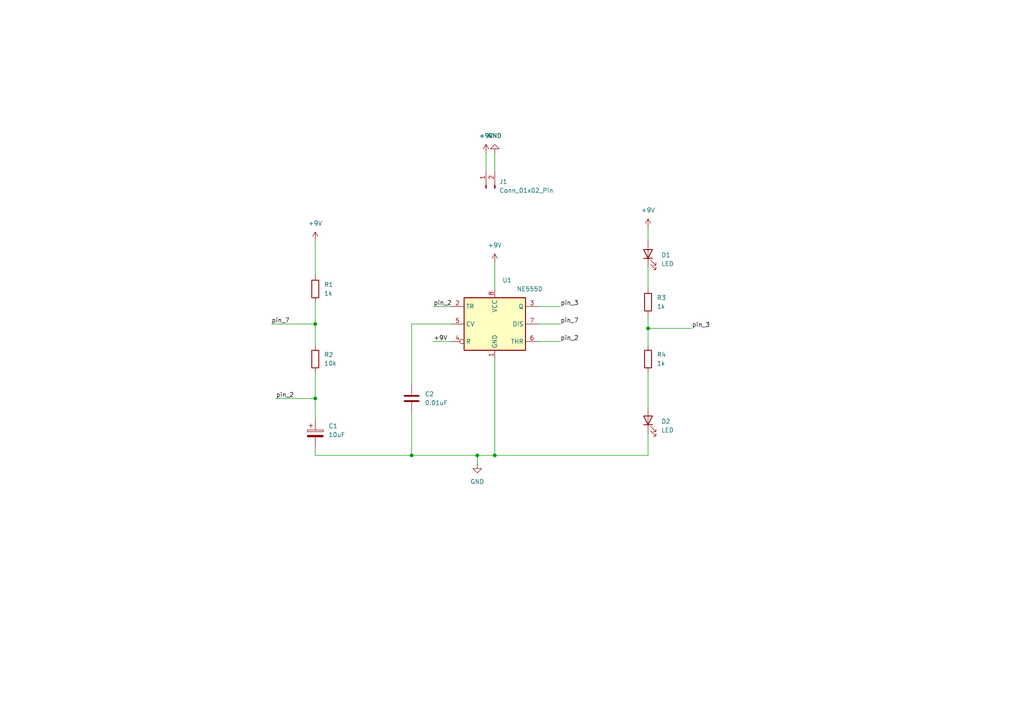
<source format=kicad_sch>
(kicad_sch (version 20230121) (generator eeschema)
  (paper "A4")
  (lib_symbols
    (symbol "Connector:Conn_01x02_Pin" (pin_names (offset 1.016) hide)
      (property "Reference" "J" (at 0 2.54 0))
      (property "Value" "Conn_01x02_Pin" (at 0 -5.08 0))
      (symbol "Conn_01x02_Pin_1_1"
        (polyline (pts (xy 1.27 -2.54) (xy 0.8636 -2.54)) (stroke (width 0.1524)))
        (polyline (pts (xy 1.27 0) (xy 0.8636 0)) (stroke (width 0.1524)))
        (rectangle (start 0.8636 -2.413) (end 0 -2.667) (stroke (width 0.1524)) (fill (type outline)))
        (rectangle (start 0.8636 0.127) (end 0 -0.127) (stroke (width 0.1524)) (fill (type outline)))
        (pin passive line (at 5.08 0 180) (length 3.81) (name "Pin_1") (number "1"))
        (pin passive line (at 5.08 -2.54 180) (length 3.81) (name "Pin_2") (number "2"))
      )
    )
    (symbol "Device:C" (pin_numbers hide) (pin_names (offset 0.254))
      (property "Reference" "C" (at 0.635 2.54 0))
      (property "Value" "C" (at 0.635 -2.54 0))
      (symbol "C_0_1"
        (polyline (pts (xy -2.032 -0.762) (xy 2.032 -0.762)) (stroke (width 0.508)))
        (polyline (pts (xy -2.032 0.762) (xy 2.032 0.762)) (stroke (width 0.508)))
      )
      (symbol "C_1_1"
        (pin passive line (at 0 3.81 270) (length 2.794) (name "~") (number "1"))
        (pin passive line (at 0 -3.81 90) (length 2.794) (name "~") (number "2"))
      )
    )
    (symbol "Device:C_Polarized" (pin_numbers hide) (pin_names (offset 0.254))
      (property "Reference" "C" (at 0.635 2.54 0))
      (property "Value" "C_Polarized" (at 0.635 -2.54 0))
      (symbol "C_Polarized_0_1"
        (rectangle (start -2.286 0.508) (end 2.286 1.016))
        (polyline (pts (xy -1.778 2.286) (xy -0.762 2.286)))
        (polyline (pts (xy -1.27 2.794) (xy -1.27 1.778)))
        (rectangle (start 2.286 -0.508) (end -2.286 -1.016) (fill (type outline)))
      )
      (symbol "C_Polarized_1_1"
        (pin passive line (at 0 3.81 270) (length 2.794) (name "~") (number "1"))
        (pin passive line (at 0 -3.81 90) (length 2.794) (name "~") (number "2"))
      )
    )
    (symbol "Device:LED" (pin_numbers hide) (pin_names (offset 1.016) hide)
      (property "Reference" "D" (at 0 2.54 0))
      (property "Value" "LED" (at 0 -2.54 0))
      (symbol "LED_0_1"
        (polyline (pts (xy -1.27 -1.27) (xy -1.27 1.27)) (stroke (width 0.254)))
        (polyline (pts (xy -1.27 0) (xy 1.27 0)))
        (polyline (pts (xy 1.27 -1.27) (xy 1.27 1.27) (xy -1.27 0) (xy 1.27 -1.27)) (stroke (width 0.254)))
        (polyline (pts (xy -3.048 -0.762) (xy -4.572 -2.286) (xy -3.81 -2.286) (xy -4.572 -2.286) (xy -4.572 -1.524)))
        (polyline (pts (xy -1.778 -0.762) (xy -3.302 -2.286) (xy -2.54 -2.286) (xy -3.302 -2.286) (xy -3.302 -1.524)))
      )
      (symbol "LED_1_1"
        (pin passive line (at -3.81 0 0) (length 2.54) (name "K") (number "1"))
        (pin passive line (at 3.81 0 180) (length 2.54) (name "A") (number "2"))
      )
    )
    (symbol "Device:R" (pin_numbers hide) (pin_names (offset 0))
      (property "Reference" "R" (at 2.032 0 90))
      (property "Value" "R" (at 0 0 90))
      (symbol "R_0_1"
        (rectangle (start -1.016 -2.54) (end 1.016 2.54) (stroke (width 0.254)))
      )
      (symbol "R_1_1"
        (pin passive line (at 0 3.81 270) (length 1.27) (name "~") (number "1"))
        (pin passive line (at 0 -3.81 90) (length 1.27) (name "~") (number "2"))
      )
    )
    (symbol "Timer:NE555D"
      (property "Reference" "U" (at -10.16 8.89 0))
      (property "Value" "NE555D" (at 2.54 8.89 0))
      (symbol "NE555D_0_0"
        (pin power_in line (at 0 -10.16 90) (length 2.54) (name "GND") (number "1"))
        (pin power_in line (at 0 10.16 270) (length 2.54) (name "VCC") (number "8"))
      )
      (symbol "NE555D_0_1"
        (rectangle (start -8.89 -7.62) (end 8.89 7.62) (stroke (width 0.254)) (fill (type background)))
        (rectangle (start -8.89 -7.62) (end 8.89 7.62) (stroke (width 0.254)) (fill (type background)))
      )
      (symbol "NE555D_1_1"
        (pin input line (at -12.7 5.08 0) (length 3.81) (name "TR") (number "2"))
        (pin output line (at 12.7 5.08 180) (length 3.81) (name "Q") (number "3"))
        (pin input inverted (at -12.7 -5.08 0) (length 3.81) (name "R") (number "4"))
        (pin input line (at -12.7 0 0) (length 3.81) (name "CV") (number "5"))
        (pin input line (at 12.7 -5.08 180) (length 3.81) (name "THR") (number "6"))
        (pin input line (at 12.7 0 180) (length 3.81) (name "DIS") (number "7"))
      )
    )
    (symbol "power:+9V" (power) (pin_names (offset 0))
      (property "Value" "+9V" (at 0 3.556 0))
      (symbol "+9V_0_1"
        (polyline (pts (xy -0.762 1.27) (xy 0 2.54)))
        (polyline (pts (xy 0 0) (xy 0 2.54)))
        (polyline (pts (xy 0 2.54) (xy 0.762 1.27)))
      )
      (symbol "+9V_1_1"
        (pin power_in line (at 0 0 90) (length 0) hide (name "+9V") (number "1"))
      )
    )
    (symbol "power:GND" (power) (pin_names (offset 0))
      (property "Value" "GND" (at 0 -3.81 0))
      (symbol "GND_0_1"
        (polyline (pts (xy 0 0) (xy 0 -1.27) (xy 1.27 -1.27) (xy 0 -2.54) (xy -1.27 -1.27) (xy 0 -1.27)))
      )
      (symbol "GND_1_1"
        (pin power_in line (at 0 0 270) (length 0) hide (name "GND") (number "1"))
      )
    )
  )
  (junction (at 138.43 132.08))
  (junction (at 91.44 93.98))
  (junction (at 187.96 95.25))
  (junction (at 91.44 115.57))
  (junction (at 143.51 132.08))
  (junction (at 119.38 132.08))
  (wire (pts (xy 187.96 95.25) (xy 200.66 95.25)))
  (wire (pts (xy 91.44 87.63) (xy 91.44 93.98)))
  (wire (pts (xy 187.96 66.04) (xy 187.96 69.85)))
  (wire (pts (xy 91.44 93.98) (xy 91.44 100.33)))
  (wire (pts (xy 187.96 95.25) (xy 187.96 100.33)))
  (wire (pts (xy 143.51 76.2) (xy 143.51 83.82)))
  (wire (pts (xy 91.44 129.54) (xy 91.44 132.08)))
  (wire (pts (xy 143.51 132.08) (xy 187.96 132.08)))
  (wire (pts (xy 91.44 115.57) (xy 91.44 121.92)))
  (wire (pts (xy 119.38 132.08) (xy 138.43 132.08)))
  (wire (pts (xy 80.01 115.57) (xy 91.44 115.57)))
  (wire (pts (xy 187.96 132.08) (xy 187.96 125.73)))
  (wire (pts (xy 156.21 93.98) (xy 162.56 93.98)))
  (wire (pts (xy 125.73 99.06) (xy 130.81 99.06)))
  (wire (pts (xy 138.43 134.62) (xy 138.43 132.08)))
  (wire (pts (xy 91.44 69.85) (xy 91.44 80.01)))
  (wire (pts (xy 91.44 107.95) (xy 91.44 115.57)))
  (wire (pts (xy 119.38 119.38) (xy 119.38 132.08)))
  (wire (pts (xy 143.51 104.14) (xy 143.51 132.08)))
  (wire (pts (xy 125.73 88.9) (xy 130.81 88.9)))
  (wire (pts (xy 78.74 93.98) (xy 91.44 93.98)))
  (wire (pts (xy 187.96 107.95) (xy 187.96 118.11)))
  (wire (pts (xy 91.44 132.08) (xy 119.38 132.08)))
  (wire (pts (xy 156.21 99.06) (xy 162.56 99.06)))
  (wire (pts (xy 143.51 44.45) (xy 143.51 49.53)))
  (wire (pts (xy 138.43 132.08) (xy 143.51 132.08)))
  (wire (pts (xy 119.38 93.98) (xy 130.81 93.98)))
  (wire (pts (xy 140.97 44.45) (xy 140.97 49.53)))
  (wire (pts (xy 156.21 88.9) (xy 162.56 88.9)))
  (wire (pts (xy 187.96 77.47) (xy 187.96 83.82)))
  (wire (pts (xy 187.96 91.44) (xy 187.96 95.25)))
  (wire (pts (xy 119.38 111.76) (xy 119.38 93.98)))
  (label "pin_7" (at 162.56 93.98 0))
  (label "pin_3" (at 200.66 95.25 0))
  (label "pin_7" (at 78.74 93.98 0))
  (label "pin_2" (at 162.56 99.06 0))
  (label "pin_3" (at 162.56 88.9 0))
  (label "+9V" (at 125.73 99.06 0))
  (label "pin_2" (at 125.73 88.9 0))
  (label "pin_2" (at 80.01 115.57 0))
  (symbol (lib_id "power:GND") (at 143.51 44.45 180) (unit 1)
    (property "Reference" "#PWR06" (effects hide))
    (property "Value" "GND" (at 143.51 39.37 0))
  )
  (symbol (lib_id "Device:R") (at 187.96 87.63 0) (unit 1)
    (property "Reference" "R3" (at 190.5 86.36 0) (effects (justify left)))
    (property "Value" "1k" (at 190.5 88.9 0) (effects (justify left)))
    (property "Footprint" "Resistor_SMD:R_0805_2012Metric_Pad1.20x1.40mm_HandSolder" (effects hide))
  )
  (symbol (lib_id "power:GND") (at 138.43 134.62 0) (unit 1)
    (property "Reference" "#PWR05" (effects hide))
    (property "Value" "GND" (at 138.43 139.7 0))
  )
  (symbol (lib_id "Connector:Conn_01x02_Pin") (at 140.97 54.61 90) (unit 1)
    (property "Reference" "J1" (at 144.78 52.705 90) (effects (justify right)))
    (property "Value" "Conn_01x02_Pin" (at 144.78 55.245 90) (effects (justify right)))
    (property "Footprint" "Connector_JST:JST_EH_S2B-EH_1x02_P2.50mm_Horizontal" (effects hide))
  )
  (symbol (lib_id "Device:C_Polarized") (at 91.44 125.73 0) (unit 1)
    (property "Reference" "C1" (at 95.25 123.571 0) (effects (justify left)))
    (property "Value" "10uF" (at 95.25 126.111 0) (effects (justify left)))
    (property "Footprint" "Capacitor_Tantalum_SMD:CP_EIA-3216-18_Kemet-A_Pad1.58x1.35mm_HandSolder" (effects hide))
  )
  (symbol (lib_id "power:+9V") (at 140.97 44.45 0) (unit 1)
    (property "Reference" "#PWR03" (effects hide))
    (property "Value" "+9V" (at 140.97 39.37 0))
  )
  (symbol (lib_id "power:+9V") (at 187.96 66.04 0) (unit 1)
    (property "Reference" "#PWR02" (effects hide))
    (property "Value" "+9V" (at 187.96 60.96 0))
  )
  (symbol (lib_id "Timer:NE555D") (at 143.51 93.98 0) (unit 1)
    (property "Reference" "U1" (at 145.7041 81.28 0) (effects (justify left)))
    (property "Value" "NE555D" (at 149.86 83.82 0) (effects (justify left)))
    (property "Footprint" "Package_SO:SOIC-8_3.9x4.9mm_P1.27mm" (effects hide))
    (property "Datasheet" "http://www.ti.com/lit/ds/symlink/ne555.pdf" (effects hide))
  )
  (symbol (lib_id "Device:R") (at 91.44 104.14 0) (unit 1)
    (property "Reference" "R2" (at 93.98 102.87 0) (effects (justify left)))
    (property "Value" "10k" (at 93.98 105.41 0) (effects (justify left)))
    (property "Footprint" "Resistor_SMD:R_0805_2012Metric_Pad1.20x1.40mm_HandSolder" (effects hide))
  )
  (symbol (lib_id "Device:C") (at 119.38 115.57 0) (unit 1)
    (property "Reference" "C2" (at 123.19 114.3 0) (effects (justify left)))
    (property "Value" "0.01uF" (at 123.19 116.84 0) (effects (justify left)))
    (property "Footprint" "Capacitor_SMD:C_0805_2012Metric_Pad1.18x1.45mm_HandSolder" (effects hide))
  )
  (symbol (lib_id "Device:R") (at 187.96 104.14 0) (unit 1)
    (property "Reference" "R4" (at 190.5 102.87 0) (effects (justify left)))
    (property "Value" "1k" (at 190.5 105.41 0) (effects (justify left)))
    (property "Footprint" "Resistor_SMD:R_0805_2012Metric_Pad1.20x1.40mm_HandSolder" (effects hide))
  )
  (symbol (lib_id "power:+9V") (at 91.44 69.85 0) (unit 1)
    (property "Reference" "#PWR01" (effects hide))
    (property "Value" "+9V" (at 91.44 64.77 0))
  )
  (symbol (lib_id "Device:LED") (at 187.96 73.66 90) (unit 1)
    (property "Reference" "D1" (at 191.77 73.9775 90) (effects (justify right)))
    (property "Value" "LED" (at 191.77 76.5175 90) (effects (justify right)))
    (property "Footprint" "LED_SMD:LED_1206_3216Metric_Pad1.42x1.75mm_HandSolder" (effects hide))
  )
  (symbol (lib_id "power:+9V") (at 143.51 76.2 0) (unit 1)
    (property "Reference" "#PWR04" (effects hide))
    (property "Value" "+9V" (at 143.51 71.12 0))
  )
  (symbol (lib_id "Device:LED") (at 187.96 121.92 90) (unit 1)
    (property "Reference" "D2" (at 191.77 122.2375 90) (effects (justify right)))
    (property "Value" "LED" (at 191.77 124.7775 90) (effects (justify right)))
    (property "Footprint" "LED_SMD:LED_1206_3216Metric_Pad1.42x1.75mm_HandSolder" (effects hide))
  )
  (symbol (lib_id "Device:R") (at 91.44 83.82 0) (unit 1)
    (property "Reference" "R1" (at 93.98 82.55 0) (effects (justify left)))
    (property "Value" "1k" (at 93.98 85.09 0) (effects (justify left)))
    (property "Footprint" "Resistor_SMD:R_0805_2012Metric_Pad1.20x1.40mm_HandSolder" (effects hide))
  )
)
</source>
